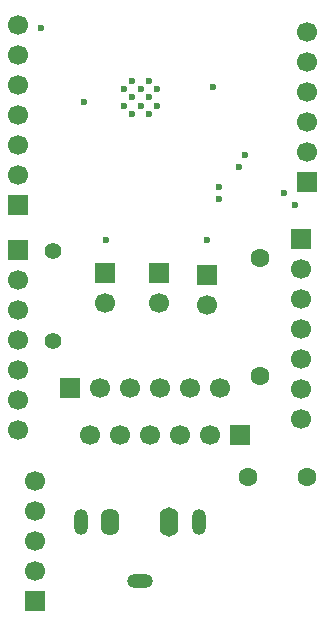
<source format=gbr>
%TF.GenerationSoftware,KiCad,Pcbnew,9.0.7*%
%TF.CreationDate,2026-02-12T01:51:18+01:00*%
%TF.ProjectId,ESP_catphones,4553505f-6361-4747-9068-6f6e65732e6b,rev?*%
%TF.SameCoordinates,Original*%
%TF.FileFunction,Copper,L4,Bot*%
%TF.FilePolarity,Positive*%
%FSLAX46Y46*%
G04 Gerber Fmt 4.6, Leading zero omitted, Abs format (unit mm)*
G04 Created by KiCad (PCBNEW 9.0.7) date 2026-02-12 01:51:18*
%MOMM*%
%LPD*%
G01*
G04 APERTURE LIST*
%TA.AperFunction,ComponentPad*%
%ADD10O,1.600000X2.500000*%
%TD*%
%TA.AperFunction,ComponentPad*%
%ADD11O,1.200000X2.200000*%
%TD*%
%TA.AperFunction,ComponentPad*%
%ADD12O,2.200000X1.200000*%
%TD*%
%TA.AperFunction,ComponentPad*%
%ADD13O,1.600000X2.300000*%
%TD*%
%TA.AperFunction,ComponentPad*%
%ADD14C,1.700000*%
%TD*%
%TA.AperFunction,ComponentPad*%
%ADD15R,1.700000X1.700000*%
%TD*%
%TA.AperFunction,HeatsinkPad*%
%ADD16C,0.600000*%
%TD*%
%TA.AperFunction,ComponentPad*%
%ADD17C,1.600000*%
%TD*%
%TA.AperFunction,ComponentPad*%
%ADD18C,1.400000*%
%TD*%
%TA.AperFunction,ViaPad*%
%ADD19C,0.600000*%
%TD*%
%TA.AperFunction,Conductor*%
%ADD20C,0.200000*%
%TD*%
G04 APERTURE END LIST*
D10*
%TO.P,J10,TN*%
%TO.N,N/C*%
X27835413Y-60369717D03*
D11*
%TO.P,J10,T*%
%TO.N,Net-(J11-Pin_4)*%
X30335413Y-60369717D03*
D12*
%TO.P,J10,S*%
%TO.N,Net-(J11-Pin_1)*%
X25335413Y-65369717D03*
D13*
%TO.P,J10,RN*%
%TO.N,N/C*%
X22835413Y-60369717D03*
D11*
%TO.P,J10,R*%
X20335413Y-60369717D03*
%TD*%
D14*
%TO.P,J8,6,Pin_6*%
%TO.N,GND*%
X39500000Y-18840000D03*
%TO.P,J8,5,Pin_5*%
%TO.N,Net-(J8-Pin_5)*%
X39500000Y-21380000D03*
%TO.P,J8,4,Pin_4*%
%TO.N,Net-(J8-Pin_4)*%
X39500000Y-23920000D03*
%TO.P,J8,3,Pin_3*%
%TO.N,Net-(J8-Pin_3)*%
X39500000Y-26460000D03*
%TO.P,J8,2,Pin_2*%
%TO.N,Net-(J8-Pin_2)*%
X39500000Y-29000000D03*
D15*
%TO.P,J8,1,Pin_1*%
%TO.N,Net-(J8-Pin_1)*%
X39500000Y-31540000D03*
%TD*%
D14*
%TO.P,J7,7,Pin_7*%
%TO.N,+3V3*%
X15000000Y-52580000D03*
%TO.P,J7,6,Pin_6*%
%TO.N,GND*%
X15000000Y-50040000D03*
%TO.P,J7,5,Pin_5*%
%TO.N,unconnected-(J7-Pin_5-Pad5)*%
X15000000Y-47500000D03*
%TO.P,J7,4,Pin_4*%
%TO.N,unconnected-(J7-Pin_4-Pad4)*%
X15000000Y-44960000D03*
%TO.P,J7,3,Pin_3*%
%TO.N,Net-(J7-Pin_3)*%
X15000000Y-42420000D03*
%TO.P,J7,2,Pin_2*%
%TO.N,Net-(J7-Pin_2)*%
X15000000Y-39880000D03*
D15*
%TO.P,J7,1,Pin_1*%
%TO.N,Net-(J7-Pin_1)*%
X15000000Y-37340000D03*
%TD*%
D16*
%TO.P,U1,39,GND*%
%TO.N,GND*%
X26800000Y-25100000D03*
X26800000Y-23700000D03*
X26100000Y-25800000D03*
X26100000Y-24400000D03*
X26100000Y-23000000D03*
X25400000Y-25100000D03*
X25400000Y-23700000D03*
X24700000Y-25800000D03*
X24700000Y-24400000D03*
X24700000Y-23000000D03*
X24000000Y-25100000D03*
X24000000Y-23700000D03*
%TD*%
D15*
%TO.P,J2,1,Pin_1*%
%TO.N,GND*%
X31000000Y-39460000D03*
D14*
%TO.P,J2,2,Pin_2*%
X31000000Y-42000000D03*
%TD*%
D17*
%TO.P,C1,1*%
%TO.N,Net-(J1-Pin_5)*%
X35500000Y-48000000D03*
%TO.P,C1,2*%
%TO.N,Net-(U1-EN)*%
X35500000Y-38000000D03*
%TD*%
D15*
%TO.P,J4,1,Pin_1*%
%TO.N,+5V*%
X26960000Y-39250000D03*
D14*
%TO.P,J4,2,Pin_2*%
X26960000Y-41790000D03*
%TD*%
D15*
%TO.P,J6,1,Pin_1*%
%TO.N,Net-(J6-Pin_1)*%
X39000000Y-36420000D03*
D14*
%TO.P,J6,2,Pin_2*%
%TO.N,Net-(J6-Pin_2)*%
X39000000Y-38960000D03*
%TO.P,J6,3,Pin_3*%
%TO.N,Net-(J6-Pin_3)*%
X39000000Y-41500000D03*
%TO.P,J6,4,Pin_4*%
%TO.N,unconnected-(J6-Pin_4-Pad4)*%
X39000000Y-44040000D03*
%TO.P,J6,5,Pin_5*%
%TO.N,unconnected-(J6-Pin_5-Pad5)*%
X39000000Y-46580000D03*
%TO.P,J6,6,Pin_6*%
%TO.N,GND*%
X39000000Y-49120000D03*
%TO.P,J6,7,Pin_7*%
%TO.N,+3V3*%
X39000000Y-51660000D03*
%TD*%
D15*
%TO.P,J5,1,Pin_1*%
%TO.N,GND*%
X19380000Y-49000000D03*
D14*
%TO.P,J5,2,Pin_2*%
%TO.N,Net-(J5-Pin_2)*%
X21920000Y-49000000D03*
%TO.P,J5,3,Pin_3*%
%TO.N,Net-(J5-Pin_3)*%
X24460000Y-49000000D03*
%TO.P,J5,4,Pin_4*%
%TO.N,Net-(J5-Pin_4)*%
X27000000Y-49000000D03*
%TO.P,J5,5,Pin_5*%
%TO.N,GND*%
X29540000Y-49000000D03*
%TO.P,J5,6,Pin_6*%
%TO.N,+5V*%
X32080000Y-49000000D03*
%TD*%
D18*
%TO.P,R1,1*%
%TO.N,+3V3*%
X18000000Y-45000000D03*
%TO.P,R1,2*%
%TO.N,Net-(U1-EN)*%
X18000000Y-37380000D03*
%TD*%
D15*
%TO.P,J3,1,Pin_1*%
%TO.N,+3V3*%
X22370000Y-39250000D03*
D14*
%TO.P,J3,2,Pin_2*%
X22370000Y-41790000D03*
%TD*%
D15*
%TO.P,J9,1,Pin_1*%
%TO.N,Net-(J9-Pin_1)*%
X15000000Y-33500000D03*
D14*
%TO.P,J9,2,Pin_2*%
%TO.N,Net-(J9-Pin_2)*%
X15000000Y-30960000D03*
%TO.P,J9,3,Pin_3*%
%TO.N,Net-(J9-Pin_3)*%
X15000000Y-28420000D03*
%TO.P,J9,4,Pin_4*%
%TO.N,Net-(J9-Pin_4)*%
X15000000Y-25880000D03*
%TO.P,J9,5,Pin_5*%
%TO.N,Net-(J9-Pin_5)*%
X15000000Y-23340000D03*
%TO.P,J9,6,Pin_6*%
%TO.N,Net-(J9-Pin_6)*%
X15000000Y-20800000D03*
%TO.P,J9,7,Pin_7*%
%TO.N,Net-(J9-Pin_7)*%
X15000000Y-18260000D03*
%TD*%
D15*
%TO.P,J1,1,Pin_1*%
%TO.N,GND*%
X33850000Y-53000000D03*
D14*
%TO.P,J1,2,Pin_2*%
%TO.N,+5V*%
X31310000Y-53000000D03*
%TO.P,J1,3,Pin_3*%
%TO.N,Net-(J1-Pin_3)*%
X28770000Y-53000000D03*
%TO.P,J1,4,Pin_4*%
%TO.N,Net-(J1-Pin_4)*%
X26230000Y-53000000D03*
%TO.P,J1,5,Pin_5*%
%TO.N,Net-(J1-Pin_5)*%
X23690000Y-53000000D03*
%TO.P,J1,6,Pin_6*%
%TO.N,+3V3*%
X21150000Y-53000000D03*
%TD*%
D17*
%TO.P,C2,1*%
%TO.N,+3V3*%
X34500000Y-56500000D03*
%TO.P,C2,2*%
%TO.N,GND*%
X39500000Y-56500000D03*
%TD*%
D15*
%TO.P,J11,1,Pin_1*%
%TO.N,Net-(J11-Pin_1)*%
X16500000Y-67040000D03*
D14*
%TO.P,J11,2,Pin_2*%
%TO.N,N/C*%
X16500000Y-64500000D03*
%TO.P,J11,3,Pin_3*%
X16500000Y-61960000D03*
%TO.P,J11,4,Pin_4*%
%TO.N,Net-(J11-Pin_4)*%
X16500000Y-59420000D03*
%TO.P,J11,5,Pin_5*%
%TO.N,N/C*%
X16500000Y-56880000D03*
%TD*%
D19*
%TO.N,Net-(J9-Pin_4)*%
X33750000Y-30250000D03*
%TO.N,Net-(J9-Pin_5)*%
X34250000Y-29250000D03*
%TO.N,Net-(J9-Pin_4)*%
X31500000Y-23500000D03*
%TO.N,Net-(U1-EN)*%
X38500000Y-33500000D03*
%TO.N,+3V3*%
X17000000Y-18500000D03*
%TO.N,Net-(U1-EN)*%
X20612307Y-24806932D03*
%TO.N,Net-(J7-Pin_3)*%
X31000000Y-36500000D03*
%TO.N,Net-(J7-Pin_1)*%
X22500000Y-36500000D03*
%TO.N,Net-(J9-Pin_2)*%
X37500000Y-32500000D03*
%TO.N,Net-(J6-Pin_3)*%
X32000000Y-33000000D03*
%TO.N,Net-(J6-Pin_2)*%
X32000000Y-32000000D03*
%TD*%
D20*
%TO.N,+3V3*%
X34500000Y-56500000D02*
X34500000Y-56160000D01*
%TD*%
M02*

</source>
